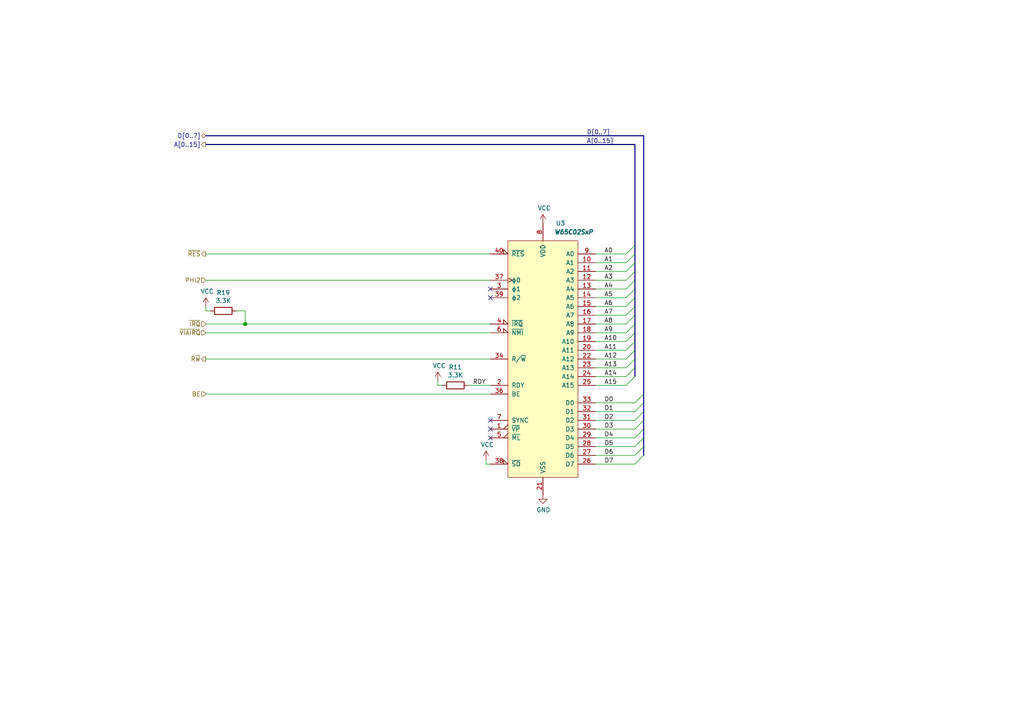
<source format=kicad_sch>
(kicad_sch (version 20201015) (generator eeschema)
  (paper "A4")
  (lib_symbols
    (symbol "65xx:W65C02SxP" (pin_names (offset 1.016))
      (property "Reference" "U" (at -10.16 35.56 0))
      (property "Value" "W65C02SxP" (at 0 0 90))
      (symbol "W65C02SxP_0_1"
        (rectangle (start -10.16 34.29) (end 10.16 -34.29) (fill (type background)))
      )
      (symbol "W65C02SxP_1_1"
        (pin output output_low (at -15.24 -20.32 0) (length 5.08) (name "~VP") (number "1"))
        (pin tri_state line (at 15.24 27.94 180) (length 5.08) (name "A1") (number "10"))
        (pin tri_state line (at 15.24 25.4 180) (length 5.08) (name "A2") (number "11"))
        (pin tri_state line (at 15.24 22.86 180) (length 5.08) (name "A3") (number "12"))
        (pin tri_state line (at 15.24 20.32 180) (length 5.08) (name "A4") (number "13"))
        (pin tri_state line (at 15.24 17.78 180) (length 5.08) (name "A5") (number "14"))
        (pin tri_state line (at 15.24 15.24 180) (length 5.08) (name "A6") (number "15"))
        (pin tri_state line (at 15.24 12.7 180) (length 5.08) (name "A7") (number "16"))
        (pin tri_state line (at 15.24 10.16 180) (length 5.08) (name "A8") (number "17"))
        (pin tri_state line (at 15.24 7.62 180) (length 5.08) (name "A9") (number "18"))
        (pin tri_state line (at 15.24 5.08 180) (length 5.08) (name "A10") (number "19"))
        (pin open_collector line (at -15.24 -7.62 0) (length 5.08) (name "RDY") (number "2"))
        (pin tri_state line (at 15.24 2.54 180) (length 5.08) (name "A11") (number "20"))
        (pin power_in line (at 0 -39.37 90) (length 5.08) (name "VSS") (number "21"))
        (pin tri_state line (at 15.24 0 180) (length 5.08) (name "A12") (number "22"))
        (pin tri_state line (at 15.24 -2.54 180) (length 5.08) (name "A13") (number "23"))
        (pin tri_state line (at 15.24 -5.08 180) (length 5.08) (name "A14") (number "24"))
        (pin tri_state line (at 15.24 -7.62 180) (length 5.08) (name "A15") (number "25"))
        (pin bidirectional line (at 15.24 -30.48 180) (length 5.08) (name "D7") (number "26"))
        (pin bidirectional line (at 15.24 -27.94 180) (length 5.08) (name "D6") (number "27"))
        (pin bidirectional line (at 15.24 -25.4 180) (length 5.08) (name "D5") (number "28"))
        (pin bidirectional line (at 15.24 -22.86 180) (length 5.08) (name "D4") (number "29"))
        (pin output line (at -15.24 20.32 0) (length 5.08) (name "ϕ1") (number "3"))
        (pin bidirectional line (at 15.24 -20.32 180) (length 5.08) (name "D3") (number "30"))
        (pin bidirectional line (at 15.24 -17.78 180) (length 5.08) (name "D2") (number "31"))
        (pin bidirectional line (at 15.24 -15.24 180) (length 5.08) (name "D1") (number "32"))
        (pin bidirectional line (at 15.24 -12.7 180) (length 5.08) (name "D0") (number "33"))
        (pin tri_state line (at -15.24 0 0) (length 5.08) (name "R/~W") (number "34"))
        (pin unconnected non_logic (at -10.16 -27.94 0) (length 2.54) hide (name "nc") (number "35"))
        (pin input line (at -15.24 -10.16 0) (length 5.08) (name "BE") (number "36"))
        (pin input clock (at -15.24 22.86 0) (length 5.08) (name "ϕ0") (number "37"))
        (pin input input_low (at -15.24 -30.48 0) (length 5.08) (name "~SO") (number "38"))
        (pin output line (at -15.24 17.78 0) (length 5.08) (name "ϕ2") (number "39"))
        (pin input input_low (at -15.24 10.16 0) (length 5.08) (name "~IRQ") (number "4"))
        (pin input input_low (at -15.24 30.48 0) (length 5.08) (name "~RES") (number "40"))
        (pin output output_low (at -15.24 -22.86 0) (length 5.08) (name "~ML") (number "5"))
        (pin input input_low (at -15.24 7.62 0) (length 5.08) (name "~NMI") (number "6"))
        (pin output line (at -15.24 -17.78 0) (length 5.08) (name "SYNC") (number "7"))
        (pin power_in line (at 0 39.37 270) (length 5.08) (name "VDD") (number "8"))
        (pin tri_state line (at 15.24 30.48 180) (length 5.08) (name "A0") (number "9"))
      )
    )
    (symbol "Device:R" (pin_numbers hide) (pin_names (offset 0))
      (property "Reference" "R" (at 2.032 0 90))
      (property "Value" "R" (at 0 0 90))
      (symbol "R_0_1"
        (rectangle (start -1.016 -2.54) (end 1.016 2.54) (stroke (width 0.254)))
      )
      (symbol "R_1_1"
        (pin passive line (at 0 3.81 270) (length 1.27) (name "~") (number "1"))
        (pin passive line (at 0 -3.81 90) (length 1.27) (name "~") (number "2"))
      )
    )
    (symbol "power:GND" (power) (pin_names (offset 0))
      (property "Value" "GND" (at 0 -3.81 0))
      (symbol "GND_0_1"
        (polyline (pts (xy 0 0) (xy 0 -1.27) (xy 1.27 -1.27) (xy 0 -2.54) (xy -1.27 -1.27) (xy 0 -1.27)))
      )
      (symbol "GND_1_1"
        (pin power_in line (at 0 0 270) (length 0) hide (name "GND") (number "1"))
      )
    )
    (symbol "power:VCC" (power) (pin_names (offset 0))
      (property "Value" "VCC" (at 0 3.81 0))
      (symbol "VCC_0_1"
        (polyline (pts (xy -0.762 1.27) (xy 0 2.54)))
        (polyline (pts (xy 0 0) (xy 0 2.54)))
        (polyline (pts (xy 0 2.54) (xy 0.762 1.27)))
      )
      (symbol "VCC_1_1"
        (pin power_in line (at 0 0 90) (length 0) hide (name "VCC") (number "1"))
      )
    )
  )
  (junction (at 71.12 93.98) (diameter 1.016))
  (no_connect (at 142.24 121.92))
  (no_connect (at 142.24 83.82))
  (no_connect (at 142.24 86.36))
  (no_connect (at 142.24 127))
  (no_connect (at 142.24 124.46))
  (bus_entry (at 181.61 73.66) (size 2.54 -2.54) (stroke (width 0.1524)))
  (bus_entry (at 181.61 76.2) (size 2.54 -2.54) (stroke (width 0.1524)))
  (bus_entry (at 181.61 78.74) (size 2.54 -2.54) (stroke (width 0.1524)))
  (bus_entry (at 181.61 81.28) (size 2.54 -2.54) (stroke (width 0.1524)))
  (bus_entry (at 181.61 83.82) (size 2.54 -2.54) (stroke (width 0.1524)))
  (bus_entry (at 181.61 86.36) (size 2.54 -2.54) (stroke (width 0.1524)))
  (bus_entry (at 181.61 88.9) (size 2.54 -2.54) (stroke (width 0.1524)))
  (bus_entry (at 181.61 91.44) (size 2.54 -2.54) (stroke (width 0.1524)))
  (bus_entry (at 181.61 93.98) (size 2.54 -2.54) (stroke (width 0.1524)))
  (bus_entry (at 181.61 96.52) (size 2.54 -2.54) (stroke (width 0.1524)))
  (bus_entry (at 181.61 99.06) (size 2.54 -2.54) (stroke (width 0.1524)))
  (bus_entry (at 181.61 101.6) (size 2.54 -2.54) (stroke (width 0.1524)))
  (bus_entry (at 181.61 104.14) (size 2.54 -2.54) (stroke (width 0.1524)))
  (bus_entry (at 181.61 106.68) (size 2.54 -2.54) (stroke (width 0.1524)))
  (bus_entry (at 181.61 109.22) (size 2.54 -2.54) (stroke (width 0.1524)))
  (bus_entry (at 181.61 111.76) (size 2.54 -2.54) (stroke (width 0.1524)))
  (bus_entry (at 184.15 116.84) (size 2.54 -2.54) (stroke (width 0.1524)))
  (bus_entry (at 184.15 119.38) (size 2.54 -2.54) (stroke (width 0.1524)))
  (bus_entry (at 184.15 121.92) (size 2.54 -2.54) (stroke (width 0.1524)))
  (bus_entry (at 184.15 124.46) (size 2.54 -2.54) (stroke (width 0.1524)))
  (bus_entry (at 184.15 127) (size 2.54 -2.54) (stroke (width 0.1524)))
  (bus_entry (at 184.15 129.54) (size 2.54 -2.54) (stroke (width 0.1524)))
  (bus_entry (at 184.15 132.08) (size 2.54 -2.54) (stroke (width 0.1524)))
  (bus_entry (at 184.15 134.62) (size 2.54 -2.54) (stroke (width 0.1524)))
  (wire (pts (xy 59.69 73.66) (xy 142.24 73.66)))
  (wire (pts (xy 59.69 90.17) (xy 59.69 88.9)))
  (wire (pts (xy 59.69 93.98) (xy 71.12 93.98)))
  (wire (pts (xy 59.69 96.52) (xy 142.24 96.52)))
  (wire (pts (xy 60.96 90.17) (xy 59.69 90.17)))
  (wire (pts (xy 68.58 90.17) (xy 71.12 90.17)))
  (wire (pts (xy 71.12 90.17) (xy 71.12 93.98)))
  (wire (pts (xy 71.12 93.98) (xy 142.24 93.98)))
  (wire (pts (xy 127 111.76) (xy 127 110.49)))
  (wire (pts (xy 128.27 111.76) (xy 127 111.76)))
  (wire (pts (xy 135.89 111.76) (xy 142.24 111.76)))
  (wire (pts (xy 140.97 133.35) (xy 140.97 134.62)))
  (wire (pts (xy 140.97 134.62) (xy 142.24 134.62)))
  (wire (pts (xy 142.24 81.28) (xy 59.69 81.28)))
  (wire (pts (xy 142.24 104.14) (xy 59.69 104.14)))
  (wire (pts (xy 142.24 114.3) (xy 59.69 114.3)))
  (wire (pts (xy 172.72 73.66) (xy 181.61 73.66)))
  (wire (pts (xy 172.72 76.2) (xy 181.61 76.2)))
  (wire (pts (xy 172.72 78.74) (xy 181.61 78.74)))
  (wire (pts (xy 172.72 81.28) (xy 181.61 81.28)))
  (wire (pts (xy 172.72 83.82) (xy 181.61 83.82)))
  (wire (pts (xy 172.72 86.36) (xy 181.61 86.36)))
  (wire (pts (xy 172.72 88.9) (xy 181.61 88.9)))
  (wire (pts (xy 172.72 91.44) (xy 181.61 91.44)))
  (wire (pts (xy 172.72 93.98) (xy 181.61 93.98)))
  (wire (pts (xy 172.72 96.52) (xy 181.61 96.52)))
  (wire (pts (xy 172.72 99.06) (xy 181.61 99.06)))
  (wire (pts (xy 172.72 101.6) (xy 181.61 101.6)))
  (wire (pts (xy 172.72 104.14) (xy 181.61 104.14)))
  (wire (pts (xy 172.72 106.68) (xy 181.61 106.68)))
  (wire (pts (xy 172.72 109.22) (xy 181.61 109.22)))
  (wire (pts (xy 172.72 111.76) (xy 181.61 111.76)))
  (wire (pts (xy 172.72 116.84) (xy 184.15 116.84)))
  (wire (pts (xy 172.72 119.38) (xy 184.15 119.38)))
  (wire (pts (xy 172.72 121.92) (xy 184.15 121.92)))
  (wire (pts (xy 172.72 124.46) (xy 184.15 124.46)))
  (wire (pts (xy 172.72 127) (xy 184.15 127)))
  (wire (pts (xy 172.72 129.54) (xy 184.15 129.54)))
  (wire (pts (xy 172.72 132.08) (xy 184.15 132.08)))
  (wire (pts (xy 172.72 134.62) (xy 184.15 134.62)))
  (bus (pts (xy 59.69 39.37) (xy 186.69 39.37)))
  (bus (pts (xy 59.69 41.91) (xy 184.15 41.91)))
  (bus (pts (xy 184.15 41.91) (xy 184.15 71.12)))
  (bus (pts (xy 184.15 71.12) (xy 184.15 73.66)))
  (bus (pts (xy 184.15 73.66) (xy 184.15 76.2)))
  (bus (pts (xy 184.15 76.2) (xy 184.15 78.74)))
  (bus (pts (xy 184.15 78.74) (xy 184.15 81.28)))
  (bus (pts (xy 184.15 81.28) (xy 184.15 83.82)))
  (bus (pts (xy 184.15 83.82) (xy 184.15 86.36)))
  (bus (pts (xy 184.15 86.36) (xy 184.15 88.9)))
  (bus (pts (xy 184.15 88.9) (xy 184.15 91.44)))
  (bus (pts (xy 184.15 91.44) (xy 184.15 93.98)))
  (bus (pts (xy 184.15 93.98) (xy 184.15 96.52)))
  (bus (pts (xy 184.15 96.52) (xy 184.15 99.06)))
  (bus (pts (xy 184.15 99.06) (xy 184.15 101.6)))
  (bus (pts (xy 184.15 101.6) (xy 184.15 104.14)))
  (bus (pts (xy 184.15 104.14) (xy 184.15 106.68)))
  (bus (pts (xy 184.15 106.68) (xy 184.15 109.22)))
  (bus (pts (xy 186.69 39.37) (xy 186.69 114.3)))
  (bus (pts (xy 186.69 114.3) (xy 186.69 116.84)))
  (bus (pts (xy 186.69 116.84) (xy 186.69 119.38)))
  (bus (pts (xy 186.69 119.38) (xy 186.69 121.92)))
  (bus (pts (xy 186.69 121.92) (xy 186.69 124.46)))
  (bus (pts (xy 186.69 124.46) (xy 186.69 127)))
  (bus (pts (xy 186.69 127) (xy 186.69 129.54)))
  (bus (pts (xy 186.69 129.54) (xy 186.69 132.08)))
  (label "RDY" (at 140.97 111.76 180))
  (label "D[0..7]" (at 170.18 39.37 0))
  (label "A[0..15]" (at 170.18 41.91 0))
  (label "A0" (at 175.26 73.66 0))
  (label "A1" (at 175.26 76.2 0))
  (label "A2" (at 175.26 78.74 0))
  (label "A3" (at 175.26 81.28 0))
  (label "A4" (at 175.26 83.82 0))
  (label "A5" (at 175.26 86.36 0))
  (label "A6" (at 175.26 88.9 0))
  (label "A7" (at 175.26 91.44 0))
  (label "A8" (at 175.26 93.98 0))
  (label "A9" (at 175.26 96.52 0))
  (label "A10" (at 175.26 99.06 0))
  (label "A11" (at 175.26 101.6 0))
  (label "A12" (at 175.26 104.14 0))
  (label "A13" (at 175.26 106.68 0))
  (label "A14" (at 175.26 109.22 0))
  (label "A15" (at 175.26 111.76 0))
  (label "D0" (at 175.26 116.84 0))
  (label "D1" (at 175.26 119.38 0))
  (label "D2" (at 175.26 121.92 0))
  (label "D3" (at 175.26 124.46 0))
  (label "D4" (at 175.26 127 0))
  (label "D5" (at 175.26 129.54 0))
  (label "D6" (at 175.26 132.08 0))
  (label "D7" (at 175.26 134.62 0))
  (hierarchical_label "D[0..7]" (shape bidirectional) (at 59.69 39.37 180))
  (hierarchical_label "A[0..15]" (shape output) (at 59.69 41.91 180))
  (hierarchical_label "~RES" (shape output) (at 59.69 73.66 180))
  (hierarchical_label "PHI2" (shape input) (at 59.69 81.28 180))
  (hierarchical_label "~IRQ" (shape input) (at 59.69 93.98 180))
  (hierarchical_label "~VIAIRQ" (shape input) (at 59.69 96.52 180))
  (hierarchical_label "R~W" (shape output) (at 59.69 104.14 180))
  (hierarchical_label "BE" (shape input) (at 59.69 114.3 180))
  (symbol (lib_id "power:VCC") (at 59.69 88.9 0) (unit 1)
    (property "Reference" "#PWR0122" (effects hide))
    (property "Value" "VCC" (at 60.071 84.5058 0))
  )
  (symbol (lib_id "power:VCC") (at 127 110.49 0) (unit 1)
    (property "Reference" "#PWR0124" (effects hide))
    (property "Value" "VCC" (at 127.381 106.0958 0))
  )
  (symbol (lib_id "power:VCC") (at 140.97 133.35 0) (unit 1)
    (property "Reference" "#PWR0123" (effects hide))
    (property "Value" "VCC" (at 141.351 128.9558 0))
  )
  (symbol (lib_id "power:VCC") (at 157.48 64.77 0) (unit 1)
    (property "Reference" "#PWR0112" (effects hide))
    (property "Value" "VCC" (at 157.861 60.3758 0))
  )
  (symbol (lib_id "power:GND") (at 157.48 143.51 0) (unit 1)
    (property "Reference" "#PWR0111" (effects hide))
    (property "Value" "GND" (at 157.607 147.9042 0))
  )
  (symbol (lib_id "Device:R") (at 64.77 90.17 270) (unit 1)
    (property "Reference" "R19" (at 64.77 84.9122 90))
    (property "Value" "3.3K" (at 64.77 87.2236 90))
    (property "Footprint" "Resistor_SMD:R_0805_2012Metric_Pad1.20x1.40mm_HandSolder" (effects hide))
  )
  (symbol (lib_id "Device:R") (at 132.08 111.76 270) (unit 1)
    (property "Reference" "R11" (at 132.08 106.5022 90))
    (property "Value" "3.3K" (at 132.08 108.8136 90))
    (property "Footprint" "Resistor_SMD:R_0805_2012Metric_Pad1.20x1.40mm_HandSolder" (effects hide))
  )
  (symbol (lib_id "65xx:W65C02SxP") (at 157.48 104.14 0) (unit 1)
    (property "Reference" "U3" (at 162.56 64.77 0))
    (property "Value" "W65C02SxP" (at 166.37 67.31 0) (effects (font bold italic)))
    (property "Footprint" "Package_DIP:DIP-40_W15.24mm" (effects hide))
  )
)
</source>
